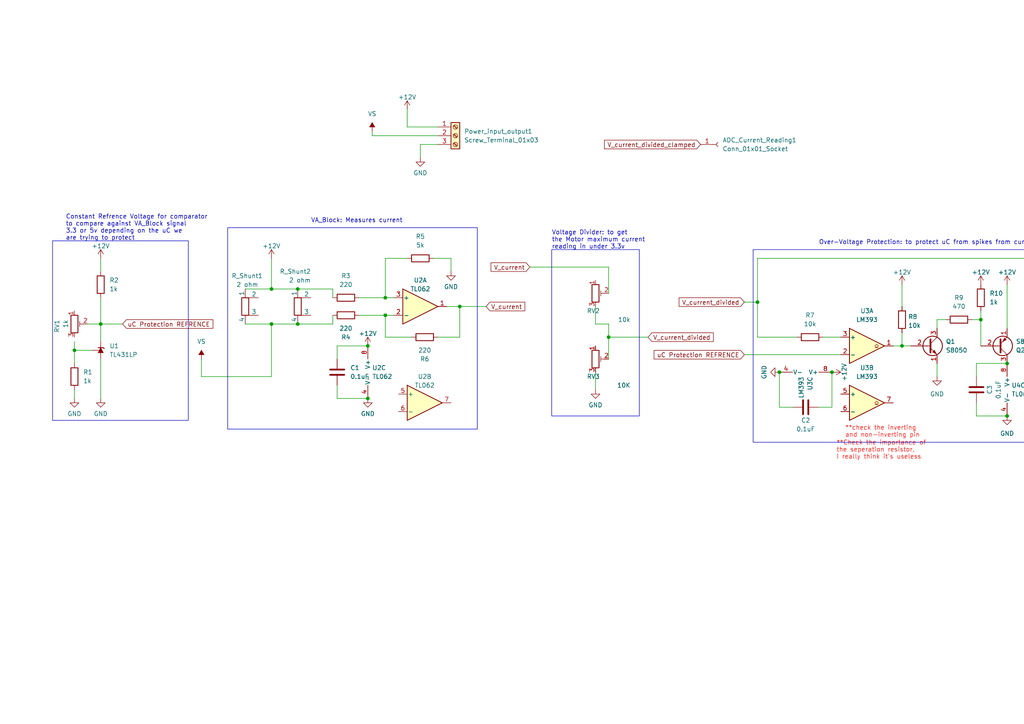
<source format=kicad_sch>
(kicad_sch (version 20230121) (generator eeschema)
  (paper "A4")
  (lib_symbols
    (symbol "Amplifier_Operational:TL062" (pin_names (offset 0.127))
      (property "Reference" "U" (at 0 5.08 0))
      (property "Value" "TL062" (at 0 -5.08 0))
      (symbol "TL062_1_1"
        (polyline (pts (xy -5.08 5.08) (xy 5.08 0) (xy -5.08 -5.08) (xy -5.08 5.08)) (stroke (width 0.254)) (fill (type background)))
        (pin output line (at 7.62 0 180) (length 2.54) (name "~") (number "1"))
        (pin input line (at -7.62 -2.54 0) (length 2.54) (name "-") (number "2"))
        (pin input line (at -7.62 2.54 0) (length 2.54) (name "+") (number "3"))
      )
      (symbol "TL062_2_1"
        (polyline (pts (xy -5.08 5.08) (xy 5.08 0) (xy -5.08 -5.08) (xy -5.08 5.08)) (stroke (width 0.254)) (fill (type background)))
        (pin input line (at -7.62 2.54 0) (length 2.54) (name "+") (number "5"))
        (pin input line (at -7.62 -2.54 0) (length 2.54) (name "-") (number "6"))
        (pin output line (at 7.62 0 180) (length 2.54) (name "~") (number "7"))
      )
      (symbol "TL062_3_1"
        (pin power_in line (at -2.54 -7.62 90) (length 3.81) (name "V-") (number "4"))
        (pin power_in line (at -2.54 7.62 270) (length 3.81) (name "V+") (number "8"))
      )
    )
    (symbol "Comparator:LM393" (pin_names (offset 0.127))
      (property "Reference" "U" (at 3.81 3.81 0))
      (property "Value" "LM393" (at 6.35 -3.81 0))
      (symbol "LM393_1_1"
        (polyline (pts (xy -5.08 5.08) (xy 5.08 0) (xy -5.08 -5.08) (xy -5.08 5.08)) (stroke (width 0.254)) (fill (type background)))
        (polyline (pts (xy 3.302 -0.508) (xy 2.794 -0.508) (xy 3.302 0) (xy 2.794 0.508) (xy 2.286 0) (xy 2.794 -0.508) (xy 2.286 -0.508)) (stroke (width 0.127)))
        (pin open_collector line (at 7.62 0 180) (length 2.54) (name "~") (number "1"))
        (pin input line (at -7.62 -2.54 0) (length 2.54) (name "-") (number "2"))
        (pin input line (at -7.62 2.54 0) (length 2.54) (name "+") (number "3"))
      )
      (symbol "LM393_2_1"
        (polyline (pts (xy -5.08 5.08) (xy 5.08 0) (xy -5.08 -5.08) (xy -5.08 5.08)) (stroke (width 0.254)) (fill (type background)))
        (polyline (pts (xy 3.302 -0.508) (xy 2.794 -0.508) (xy 3.302 0) (xy 2.794 0.508) (xy 2.286 0) (xy 2.794 -0.508) (xy 2.286 -0.508)) (stroke (width 0.127)))
        (pin input line (at -7.62 2.54 0) (length 2.54) (name "+") (number "5"))
        (pin input line (at -7.62 -2.54 0) (length 2.54) (name "-") (number "6"))
        (pin open_collector line (at 7.62 0 180) (length 2.54) (name "~") (number "7"))
      )
      (symbol "LM393_3_1"
        (pin power_in line (at -2.54 -7.62 90) (length 3.81) (name "V-") (number "4"))
        (pin power_in line (at -2.54 7.62 270) (length 3.81) (name "V+") (number "8"))
      )
    )
    (symbol "Connector:Conn_01x01_Socket" (pin_names (offset 1.016) hide)
      (property "Reference" "J" (at 0 2.54 0))
      (property "Value" "Conn_01x01_Socket" (at 0 -2.54 0))
      (symbol "Conn_01x01_Socket_1_1"
        (polyline (pts (xy -1.27 0) (xy -0.508 0)) (stroke (width 0.1524)))
        (arc (start 0 0.508) (mid -0.5058 0) (end 0 -0.508) (stroke (width 0.1524)))
        (pin passive line (at -5.08 0 0) (length 3.81) (name "Pin_1") (number "1"))
      )
    )
    (symbol "Connector:Screw_Terminal_01x03" (pin_names (offset 1.016) hide)
      (property "Reference" "J" (at 0 5.08 0))
      (property "Value" "Screw_Terminal_01x03" (at 0 -5.08 0))
      (symbol "Screw_Terminal_01x03_1_1"
        (rectangle (start -1.27 3.81) (end 1.27 -3.81) (stroke (width 0.254)) (fill (type background)))
        (circle (center 0 -2.54) (radius 0.635) (stroke (width 0.1524)))
        (polyline (pts (xy -0.5334 -2.2098) (xy 0.3302 -3.048)) (stroke (width 0.1524)))
        (polyline (pts (xy -0.5334 0.3302) (xy 0.3302 -0.508)) (stroke (width 0.1524)))
        (polyline (pts (xy -0.5334 2.8702) (xy 0.3302 2.032)) (stroke (width 0.1524)))
        (polyline (pts (xy -0.3556 -2.032) (xy 0.508 -2.8702)) (stroke (width 0.1524)))
        (polyline (pts (xy -0.3556 0.508) (xy 0.508 -0.3302)) (stroke (width 0.1524)))
        (polyline (pts (xy -0.3556 3.048) (xy 0.508 2.2098)) (stroke (width 0.1524)))
        (circle (center 0 0) (radius 0.635) (stroke (width 0.1524)))
        (circle (center 0 2.54) (radius 0.635) (stroke (width 0.1524)))
        (pin passive line (at -5.08 2.54 0) (length 3.81) (name "Pin_1") (number "1"))
        (pin passive line (at -5.08 0 0) (length 3.81) (name "Pin_2") (number "2"))
        (pin passive line (at -5.08 -2.54 0) (length 3.81) (name "Pin_3") (number "3"))
      )
    )
    (symbol "Device:C" (pin_numbers hide) (pin_names (offset 0.254))
      (property "Reference" "C" (at 0.635 2.54 0))
      (property "Value" "C" (at 0.635 -2.54 0))
      (symbol "C_0_1"
        (polyline (pts (xy -2.032 -0.762) (xy 2.032 -0.762)) (stroke (width 0.508)))
        (polyline (pts (xy -2.032 0.762) (xy 2.032 0.762)) (stroke (width 0.508)))
      )
      (symbol "C_1_1"
        (pin passive line (at 0 3.81 270) (length 2.794) (name "~") (number "1"))
        (pin passive line (at 0 -3.81 90) (length 2.794) (name "~") (number "2"))
      )
    )
    (symbol "Device:R" (pin_numbers hide) (pin_names (offset 0))
      (property "Reference" "R" (at 2.032 0 90))
      (property "Value" "R" (at 0 0 90))
      (symbol "R_0_1"
        (rectangle (start -1.016 -2.54) (end 1.016 2.54) (stroke (width 0.254)))
      )
      (symbol "R_1_1"
        (pin passive line (at 0 3.81 270) (length 1.27) (name "~") (number "1"))
        (pin passive line (at 0 -3.81 90) (length 1.27) (name "~") (number "2"))
      )
    )
    (symbol "Device:R_Potentiometer_Trim" (pin_names (offset 1.016) hide)
      (property "Reference" "RV" (at -4.445 0 90))
      (property "Value" "R_Potentiometer_Trim" (at -2.54 0 90))
      (symbol "R_Potentiometer_Trim_0_1"
        (polyline (pts (xy 1.524 0.762) (xy 1.524 -0.762)))
        (polyline (pts (xy 2.54 0) (xy 1.524 0)))
        (rectangle (start 1.016 2.54) (end -1.016 -2.54) (stroke (width 0.254)))
      )
      (symbol "R_Potentiometer_Trim_1_1"
        (pin passive line (at 0 3.81 270) (length 1.27) (name "1") (number "1"))
        (pin passive line (at 3.81 0 180) (length 1.27) (name "2") (number "2"))
        (pin passive line (at 0 -3.81 90) (length 1.27) (name "3") (number "3"))
      )
    )
    (symbol "Device:R_Shunt" (pin_numbers hide) (pin_names (offset 0))
      (property "Reference" "R" (at -4.445 0 90))
      (property "Value" "R_Shunt" (at -2.54 0 90))
      (symbol "R_Shunt_0_1"
        (rectangle (start -1.016 -2.54) (end 1.016 2.54) (stroke (width 0.254)))
        (polyline (pts (xy 0 -2.54) (xy 1.27 -2.54)))
        (polyline (pts (xy 1.27 2.54) (xy 0 2.54)))
      )
      (symbol "R_Shunt_1_1"
        (pin passive line (at 0 5.08 270) (length 2.54) (name "1") (number "1"))
        (pin passive line (at 3.81 2.54 180) (length 2.54) (name "2") (number "2"))
        (pin passive line (at 3.81 -2.54 180) (length 2.54) (name "3") (number "3"))
        (pin passive line (at 0 -5.08 90) (length 2.54) (name "4") (number "4"))
      )
    )
    (symbol "Reference_Voltage:TL431LP" (pin_numbers hide) (pin_names hide)
      (property "Reference" "U" (at -2.54 2.54 0))
      (property "Value" "TL431LP" (at 0 -2.54 0))
      (symbol "TL431LP_0_1"
        (polyline (pts (xy -1.27 0) (xy 0 0) (xy 1.27 0)))
        (polyline (pts (xy -0.762 0.762) (xy 0.762 0) (xy -0.762 -0.762)) (fill (type outline)))
        (polyline (pts (xy 0.508 -1.016) (xy 0.762 -0.762) (xy 0.762 0.762) (xy 0.762 0.762)) (stroke (width 0.254)))
      )
      (symbol "TL431LP_1_1"
        (pin passive line (at 0 2.54 270) (length 2.54) (name "REF") (number "1"))
        (pin passive line (at -2.54 0 0) (length 2.54) (name "A") (number "2"))
        (pin passive line (at 2.54 0 180) (length 2.54) (name "K") (number "3"))
      )
    )
    (symbol "Transistor_BJT:S8050" (pin_names (offset 0) hide)
      (property "Reference" "Q" (at 5.08 1.905 0))
      (property "Value" "S8050" (at 5.08 0 0))
      (symbol "S8050_0_1"
        (polyline (pts (xy 0 0) (xy 0.635 0)))
        (polyline (pts (xy 0.635 0.635) (xy 2.54 2.54)))
        (polyline (pts (xy 0.635 -0.635) (xy 2.54 -2.54) (xy 2.54 -2.54)))
        (polyline (pts (xy 0.635 1.905) (xy 0.635 -1.905) (xy 0.635 -1.905)) (stroke (width 0.508)))
        (polyline (pts (xy 1.27 -1.778) (xy 1.778 -1.27) (xy 2.286 -2.286) (xy 1.27 -1.778) (xy 1.27 -1.778)) (fill (type outline)))
        (circle (center 1.27 0) (radius 2.8194) (stroke (width 0.254)))
      )
      (symbol "S8050_1_1"
        (pin passive line (at 2.54 -5.08 90) (length 2.54) (name "E") (number "1"))
        (pin input line (at -5.08 0 0) (length 5.08) (name "B") (number "2"))
        (pin passive line (at 2.54 5.08 270) (length 2.54) (name "C") (number "3"))
      )
    )
    (symbol "Transistor_BJT:S8550" (pin_names (offset 0) hide)
      (property "Reference" "Q" (at 5.08 1.905 0))
      (property "Value" "S8550" (at 5.08 0 0))
      (symbol "S8550_0_1"
        (polyline (pts (xy 0 0) (xy 0.635 0)))
        (polyline (pts (xy 2.54 -2.54) (xy 0.635 -0.635)))
        (polyline (pts (xy 2.54 2.54) (xy 0.635 0.635)))
        (polyline (pts (xy 0.635 1.905) (xy 0.635 -1.905) (xy 0.635 -1.905)) (stroke (width 0.508)) (fill (type outline)))
        (polyline (pts (xy 1.778 -2.286) (xy 2.286 -1.778) (xy 1.27 -1.27) (xy 1.778 -2.286) (xy 1.778 -2.286)) (fill (type outline)))
        (circle (center 1.27 0) (radius 2.8194) (stroke (width 0.254)))
      )
      (symbol "S8550_1_1"
        (pin passive line (at 2.54 -5.08 90) (length 2.54) (name "E") (number "1"))
        (pin input line (at -5.08 0 0) (length 5.08) (name "B") (number "2"))
        (pin passive line (at 2.54 5.08 270) (length 2.54) (name "C") (number "3"))
      )
    )
    (symbol "power:+12V" (power) (pin_names (offset 0))
      (property "Value" "+12V" (at 0 3.556 0))
      (symbol "+12V_0_1"
        (polyline (pts (xy -0.762 1.27) (xy 0 2.54)))
        (polyline (pts (xy 0 0) (xy 0 2.54)))
        (polyline (pts (xy 0 2.54) (xy 0.762 1.27)))
      )
      (symbol "+12V_1_1"
        (pin power_in line (at 0 0 90) (length 0) hide (name "+12V") (number "1"))
      )
    )
    (symbol "power:GND" (power) (pin_names (offset 0))
      (property "Value" "GND" (at 0 -3.81 0))
      (symbol "GND_0_1"
        (polyline (pts (xy 0 0) (xy 0 -1.27) (xy 1.27 -1.27) (xy 0 -2.54) (xy -1.27 -1.27) (xy 0 -1.27)))
      )
      (symbol "GND_1_1"
        (pin power_in line (at 0 0 270) (length 0) hide (name "GND") (number "1"))
      )
    )
    (symbol "power:VS" (power) (pin_names (offset 0))
      (property "Value" "VS" (at 0 3.81 0))
      (symbol "VS_0_1"
        (polyline (pts (xy 0 0) (xy 0 2.54)))
        (polyline (pts (xy 0.762 1.27) (xy -0.762 1.27) (xy 0 2.54) (xy 0.762 1.27)) (fill (type outline)))
      )
      (symbol "VS_1_1"
        (pin power_in line (at 0 0 90) (length 0) hide (name "VS") (number "1"))
      )
    )
  )
  (junction (at 106.68 100.33))
  (junction (at 86.36 83.82))
  (junction (at 226.06 107.95))
  (junction (at 133.35 88.9))
  (junction (at 284.48 92.71))
  (junction (at 219.71 87.63))
  (junction (at 106.68 115.57))
  (junction (at 261.62 100.33))
  (junction (at 292.1 105.41))
  (junction (at 241.3 107.95))
  (junction (at 322.58 96.52))
  (junction (at 78.74 83.82))
  (junction (at 78.74 93.98))
  (junction (at 292.1 120.65))
  (junction (at 29.21 93.98))
  (junction (at 111.76 86.36))
  (junction (at 111.76 91.44))
  (junction (at 176.53 97.79))
  (junction (at 21.59 101.6))
  (junction (at 86.36 93.98))
  (wire (pts (xy 304.8 99.06) (xy 304.8 105.41)))
  (wire (pts (xy 231.14 97.79) (xy 219.71 97.79)))
  (wire (pts (xy 304.8 105.41) (xy 322.58 105.41)))
  (wire (pts (xy 140.97 88.9) (xy 133.35 88.9)))
  (wire (pts (xy 127 97.79) (xy 133.35 97.79)))
  (wire (pts (xy 21.59 101.6) (xy 26.67 101.6)))
  (wire (pts (xy 97.79 115.57) (xy 106.68 115.57)))
  (wire (pts (xy 96.52 93.98) (xy 96.52 91.44)))
  (wire (pts (xy 322.58 96.52) (xy 320.04 96.52)))
  (wire (pts (xy 29.21 104.14) (xy 29.21 115.57)))
  (wire (pts (xy 283.21 109.22) (xy 283.21 105.41)))
  (wire (pts (xy 215.9 87.63) (xy 219.71 87.63)))
  (wire (pts (xy 259.08 100.33) (xy 261.62 100.33)))
  (wire (pts (xy 96.52 83.82) (xy 96.52 86.36)))
  (wire (pts (xy 21.59 113.03) (xy 21.59 115.57)))
  (wire (pts (xy 283.21 105.41) (xy 292.1 105.41)))
  (wire (pts (xy 118.11 36.83) (xy 127 36.83)))
  (wire (pts (xy 111.76 86.36) (xy 114.3 86.36)))
  (wire (pts (xy 261.62 100.33) (xy 264.16 100.33)))
  (wire (pts (xy 133.35 97.79) (xy 133.35 88.9)))
  (wire (pts (xy 21.59 101.6) (xy 21.59 105.41)))
  (wire (pts (xy 104.14 86.36) (xy 111.76 86.36)))
  (wire (pts (xy 58.42 109.22) (xy 78.74 109.22)))
  (wire (pts (xy 111.76 91.44) (xy 111.76 97.79)))
  (wire (pts (xy 125.73 74.93) (xy 130.81 74.93)))
  (wire (pts (xy 219.71 74.93) (xy 304.8 74.93)))
  (wire (pts (xy 176.53 97.79) (xy 176.53 104.14)))
  (wire (pts (xy 111.76 86.36) (xy 111.76 74.93)))
  (wire (pts (xy 226.06 118.11) (xy 226.06 107.95)))
  (wire (pts (xy 121.92 41.91) (xy 127 41.91)))
  (wire (pts (xy 29.21 86.36) (xy 29.21 93.98)))
  (wire (pts (xy 58.42 104.14) (xy 58.42 109.22)))
  (wire (pts (xy 261.62 82.55) (xy 261.62 88.9)))
  (wire (pts (xy 78.74 93.98) (xy 78.74 109.22)))
  (wire (pts (xy 229.87 118.11) (xy 226.06 118.11)))
  (wire (pts (xy 283.21 116.84) (xy 283.21 120.65)))
  (wire (pts (xy 172.72 93.98) (xy 176.53 93.98)))
  (wire (pts (xy 284.48 92.71) (xy 284.48 100.33)))
  (wire (pts (xy 271.78 95.25) (xy 271.78 92.71)))
  (wire (pts (xy 172.72 88.9) (xy 172.72 93.98)))
  (wire (pts (xy 304.8 74.93) (xy 304.8 93.98)))
  (wire (pts (xy 111.76 74.93) (xy 118.11 74.93)))
  (wire (pts (xy 215.9 102.87) (xy 243.84 102.87)))
  (wire (pts (xy 281.94 92.71) (xy 284.48 92.71)))
  (wire (pts (xy 97.79 104.14) (xy 97.79 100.33)))
  (wire (pts (xy 71.12 93.98) (xy 78.74 93.98)))
  (wire (pts (xy 121.92 45.72) (xy 121.92 41.91)))
  (wire (pts (xy 25.4 93.98) (xy 29.21 93.98)))
  (wire (pts (xy 322.58 105.41) (xy 322.58 96.52)))
  (wire (pts (xy 104.14 91.44) (xy 111.76 91.44)))
  (wire (pts (xy 21.59 99.06) (xy 21.59 101.6)))
  (wire (pts (xy 29.21 93.98) (xy 35.56 93.98)))
  (wire (pts (xy 78.74 93.98) (xy 86.36 93.98)))
  (wire (pts (xy 241.3 118.11) (xy 241.3 107.95)))
  (wire (pts (xy 271.78 92.71) (xy 274.32 92.71)))
  (wire (pts (xy 176.53 77.47) (xy 176.53 85.09)))
  (wire (pts (xy 219.71 87.63) (xy 219.71 74.93)))
  (wire (pts (xy 271.78 105.41) (xy 271.78 109.22)))
  (wire (pts (xy 29.21 74.93) (xy 29.21 78.74)))
  (wire (pts (xy 129.54 88.9) (xy 133.35 88.9)))
  (wire (pts (xy 78.74 74.93) (xy 78.74 83.82)))
  (wire (pts (xy 111.76 97.79) (xy 119.38 97.79)))
  (wire (pts (xy 322.58 96.52) (xy 330.2 96.52)))
  (wire (pts (xy 97.79 111.76) (xy 97.79 115.57)))
  (wire (pts (xy 130.81 74.93) (xy 130.81 78.74)))
  (wire (pts (xy 107.95 39.37) (xy 127 39.37)))
  (wire (pts (xy 172.72 107.95) (xy 172.72 113.03)))
  (wire (pts (xy 238.76 97.79) (xy 243.84 97.79)))
  (wire (pts (xy 153.67 77.47) (xy 176.53 77.47)))
  (wire (pts (xy 237.49 118.11) (xy 241.3 118.11)))
  (wire (pts (xy 261.62 96.52) (xy 261.62 100.33)))
  (wire (pts (xy 118.11 31.75) (xy 118.11 36.83)))
  (wire (pts (xy 107.95 38.1) (xy 107.95 39.37)))
  (wire (pts (xy 283.21 120.65) (xy 292.1 120.65)))
  (wire (pts (xy 86.36 83.82) (xy 96.52 83.82)))
  (wire (pts (xy 86.36 93.98) (xy 96.52 93.98)))
  (wire (pts (xy 71.12 83.82) (xy 78.74 83.82)))
  (wire (pts (xy 111.76 91.44) (xy 114.3 91.44)))
  (wire (pts (xy 176.53 97.79) (xy 187.96 97.79)))
  (wire (pts (xy 292.1 82.55) (xy 292.1 95.25)))
  (wire (pts (xy 176.53 93.98) (xy 176.53 97.79)))
  (wire (pts (xy 78.74 83.82) (xy 86.36 83.82)))
  (wire (pts (xy 219.71 97.79) (xy 219.71 87.63)))
  (wire (pts (xy 284.48 90.17) (xy 284.48 92.71)))
  (wire (pts (xy 97.79 100.33) (xy 106.68 100.33)))
  (wire (pts (xy 29.21 93.98) (xy 29.21 99.06)))
  (rectangle (start 15.24 69.85) (end 54.61 121.92))
  (rectangle (start 66.04 66.04) (end 138.43 124.46))
  (rectangle (start 218.44 72.39) (end 326.39 128.27))
  (rectangle (start 160.02 72.39) (end 185.42 120.65))
  (text "Over-Voltage Protection: to protect uC from spikes from current readings" (at 237.49 71.12 0) (effects (font (size 1.27 1.27)) (justify left bottom)))
  (text "**Check the importance of \nthe seperation resistor,\nI really think it's useless" (at 242.57 133.35 0) (effects (font (size 1.27 1.27)) (justify left bottom)))
  (text "Constant Refrence Voltage for comparator \nto compare against VA_Block signal\n3.3 or 5v depending on the uC we \nare trying to protect" (at 19.05 69.85 0) (effects (font (size 1.27 1.27)) (justify left bottom)))
  (text "Voltage Divider: to get \nthe Motor maximum current \nreading in under 3.3v" (at 160.02 72.39 0) (effects (font (size 1.27 1.27)) (justify left bottom)))
  (text "VA_Block: Measures current" (at 90.17 64.77 0) (effects (font (size 1.27 1.27)) (justify left bottom)))
  (text "**check the inverting \nand non-inverting pin" (at 245.11 127 0) (effects (font (size 1.27 1.27)) (justify left bottom)))
  (global_label "V_current" (shape input) (at 140.97 88.9 0) (property "Intersheetrefs" "${INTERSHEET_REFS}" (effects hide)))
  (global_label "uC Protection REFRENCE" (shape input) (at 215.9 102.87 180) (property "Intersheetrefs" "${INTERSHEET_REFS}" (effects hide)))
  (global_label "V_current_divided_clamped" (shape input) (at 330.2 96.52 0) (property "Intersheetrefs" "${INTERSHEET_REFS}" (effects hide)))
  (global_label "V_current_divided" (shape input) (at 215.9 87.63 180) (property "Intersheetrefs" "${INTERSHEET_REFS}" (effects hide)))
  (global_label "uC Protection REFRENCE" (shape input) (at 35.56 93.98 0) (property "Intersheetrefs" "${INTERSHEET_REFS}" (effects hide)))
  (global_label "V_current_divided_clamped" (shape input) (at 203.2 41.91 180) (property "Intersheetrefs" "${INTERSHEET_REFS}" (effects hide)))
  (global_label "V_current" (shape input) (at 153.67 77.47 180) (property "Intersheetrefs" "${INTERSHEET_REFS}" (effects hide)))
  (global_label "V_current_divided" (shape input) (at 187.96 97.79 0) (property "Intersheetrefs" "${INTERSHEET_REFS}" (effects hide)))
  (symbol (lib_id "power:GND") (at 121.92 45.72 0) (unit 1)
    (property "Reference" "#PWR019" (effects hide))
    (property "Value" "GND" (at 121.92 50.1634 0))
  )
  (symbol (lib_id "power:GND") (at 226.06 107.95 270) (unit 1)
    (property "Reference" "#PWR09" (effects hide))
    (property "Value" "GND" (at 221.6166 107.95 0))
  )
  (symbol (lib_id "power:GND") (at 271.78 109.22 0) (unit 1)
    (property "Reference" "#PWR012" (effects hide))
    (property "Value" "GND" (at 271.78 114.3 0))
  )
  (symbol (lib_id "Device:R") (at 278.13 92.71 90) (unit 1)
    (property "Reference" "R9" (at 278.13 86.36 90))
    (property "Value" "470" (at 278.13 88.9 90))
    (property "Footprint" "Resistor_THT:R_Axial_DIN0207_L6.3mm_D2.5mm_P7.62mm_Horizontal" (effects hide))
  )
  (symbol (lib_id "Transistor_BJT:S8050") (at 269.24 100.33 0) (unit 1)
    (property "Reference" "Q1" (at 274.32 99.06 0) (effects (justify left)))
    (property "Value" "S8050" (at 274.32 101.6 0) (effects (justify left)))
    (property "Footprint" "Package_TO_SOT_THT:TO-92_Inline" (effects hide))
    (property "Datasheet" "http://www.unisonic.com.tw/datasheet/S8050.pdf" (effects hide))
  )
  (symbol (lib_id "Device:R") (at 234.95 97.79 90) (unit 1)
    (property "Reference" "R7" (at 234.95 91.44 90))
    (property "Value" "10k" (at 234.95 93.98 90))
    (property "Footprint" "Resistor_THT:R_Axial_DIN0207_L6.3mm_D2.5mm_P7.62mm_Horizontal" (effects hide))
  )
  (symbol (lib_id "power:GND") (at 292.1 120.65 0) (unit 1)
    (property "Reference" "#PWR015" (effects hide))
    (property "Value" "GND" (at 292.1 125.73 0))
  )
  (symbol (lib_id "Connector:Screw_Terminal_01x03") (at 132.08 39.37 0) (unit 1)
    (property "Reference" "Power_input_output1" (at 134.62 38.1 0) (effects (justify left)))
    (property "Value" "Screw_Terminal_01x03" (at 134.62 40.64 0) (effects (justify left)))
    (property "Footprint" "TerminalBlock:TerminalBlock_bornier-3_P5.08mm" (effects hide))
  )
  (symbol (lib_id "Comparator:LM393") (at 233.68 110.49 270) (unit 3)
    (property "Reference" "U3" (at 234.95 109.22 0) (effects (justify left)))
    (property "Value" "LM393" (at 232.41 109.22 0) (effects (justify left)))
    (property "Footprint" "Package_DIP:DIP-8_W7.62mm_Socket_LongPads" (effects hide))
    (property "Datasheet" "http://www.ti.com/lit/ds/symlink/lm393.pdf" (effects hide))
  )
  (symbol (lib_id "power:+12V") (at 78.74 74.93 0) (unit 1)
    (property "Reference" "#PWR04" (effects hide))
    (property "Value" "+12V" (at 78.74 71.3542 0))
  )
  (symbol (lib_id "Device:R_Shunt") (at 86.36 88.9 0) (unit 1)
    (property "Reference" "R_Shunt2" (at 90.17 78.74 0) (effects (justify right)))
    (property "Value" "2 ohm" (at 90.17 81.28 0) (effects (justify right)))
    (property "Footprint" "Resistor_THT:R_Axial_Shunt_L22.2mm_W9.5mm_PS14.30mm_P25.40mm" (effects hide))
  )
  (symbol (lib_id "power:+12V") (at 284.48 82.55 0) (unit 1)
    (property "Reference" "#PWR013" (effects hide))
    (property "Value" "+12V" (at 284.48 78.9742 0))
  )
  (symbol (lib_id "Amplifier_Operational:TL062") (at 312.42 96.52 0) (unit 1)
    (property "Reference" "U4" (at 312.42 86.36 0))
    (property "Value" "TL062" (at 312.42 88.9 0))
    (property "Footprint" "Package_DIP:DIP-8_W7.62mm_Socket_LongPads" (effects hide))
    (property "Datasheet" "http://www.ti.com/lit/ds/symlink/tl061.pdf" (effects hide))
  )
  (symbol (lib_id "Device:C") (at 97.79 107.95 0) (unit 1)
    (property "Reference" "C1" (at 101.6 106.68 0) (effects (justify left)))
    (property "Value" "0.1uF" (at 101.6 109.22 0) (effects (justify left)))
    (property "Footprint" "Capacitor_THT:C_Disc_D5.0mm_W2.5mm_P2.50mm" (effects hide))
  )
  (symbol (lib_id "Amplifier_Operational:TL062") (at 121.92 88.9 0) (unit 1)
    (property "Reference" "U2" (at 121.92 81.28 0))
    (property "Value" "TL062" (at 121.92 83.82 0))
    (property "Footprint" "Package_DIP:DIP-8_W7.62mm_Socket_LongPads" (effects hide))
    (property "Datasheet" "http://www.ti.com/lit/ds/symlink/tl061.pdf" (effects hide))
  )
  (symbol (lib_id "power:VS") (at 107.95 38.1 0) (unit 1)
    (property "Reference" "#PWR018" (effects hide))
    (property "Value" "VS" (at 107.95 33.02 0))
  )
  (symbol (lib_id "Device:R") (at 29.21 82.55 180) (unit 1)
    (property "Reference" "R2" (at 31.75 81.28 0) (effects (justify right)))
    (property "Value" "1k" (at 31.75 83.82 0) (effects (justify right)))
    (property "Footprint" "Resistor_THT:R_Axial_DIN0207_L6.3mm_D2.5mm_P7.62mm_Horizontal" (effects hide))
  )
  (symbol (lib_id "power:+12V") (at 106.68 100.33 0) (unit 1)
    (property "Reference" "#PWR05" (effects hide))
    (property "Value" "+12V" (at 106.68 96.7542 0))
  )
  (symbol (lib_id "power:+12V") (at 292.1 82.55 0) (unit 1)
    (property "Reference" "#PWR014" (effects hide))
    (property "Value" "+12V" (at 292.1 78.9742 0))
  )
  (symbol (lib_id "power:+12V") (at 118.11 31.75 0) (unit 1)
    (property "Reference" "#PWR017" (effects hide))
    (property "Value" "+12V" (at 118.11 28.1742 0))
  )
  (symbol (lib_id "Device:R") (at 100.33 86.36 90) (unit 1)
    (property "Reference" "R3" (at 100.33 80.01 90))
    (property "Value" "220" (at 100.33 82.55 90))
    (property "Footprint" "Resistor_THT:R_Axial_DIN0207_L6.3mm_D2.5mm_P7.62mm_Horizontal" (effects hide))
  )
  (symbol (lib_id "Amplifier_Operational:TL062") (at 123.19 116.84 0) (unit 2)
    (property "Reference" "U2" (at 123.19 109.22 0))
    (property "Value" "TL062" (at 123.19 111.76 0))
    (property "Footprint" "Package_DIP:DIP-8_W7.62mm_Socket_LongPads" (effects hide))
    (property "Datasheet" "http://www.ti.com/lit/ds/symlink/tl061.pdf" (effects hide))
  )
  (symbol (lib_id "Device:R") (at 261.62 92.71 0) (unit 1)
    (property "Reference" "R8" (at 263.398 91.8753 0) (effects (justify left)))
    (property "Value" "10k" (at 263.398 94.4122 0) (effects (justify left)))
    (property "Footprint" "Resistor_THT:R_Axial_DIN0207_L6.3mm_D2.5mm_P7.62mm_Horizontal" (effects hide))
  )
  (symbol (lib_id "Device:R_Potentiometer_Trim") (at 21.59 93.98 0) (unit 1)
    (property "Reference" "RV1" (at 16.51 92.71 90) (effects (justify right)))
    (property "Value" "1k" (at 19.05 92.71 90) (effects (justify right)))
    (property "Footprint" "Connector_PinSocket_2.54mm:PinSocket_1x03_P2.54mm_Vertical" (effects hide))
  )
  (symbol (lib_id "Device:R") (at 123.19 97.79 90) (mirror x) (unit 1)
    (property "Reference" "R6" (at 123.19 104.14 90))
    (property "Value" "220" (at 123.19 101.6 90))
    (property "Footprint" "Resistor_THT:R_Axial_DIN0207_L6.3mm_D2.5mm_P7.62mm_Horizontal" (effects hide))
  )
  (symbol (lib_id "Comparator:LM393") (at 251.46 116.84 0) (unit 2)
    (property "Reference" "U3" (at 251.46 106.68 0))
    (property "Value" "LM393" (at 251.46 109.22 0))
    (property "Footprint" "Package_DIP:DIP-8_W7.62mm_Socket_LongPads" (effects hide))
    (property "Datasheet" "http://www.ti.com/lit/ds/symlink/lm393.pdf" (effects hide))
  )
  (symbol (lib_id "Connector:Conn_01x01_Socket") (at 208.28 41.91 0) (unit 1)
    (property "Reference" "ADC_Current_Reading1" (at 209.55 40.64 0) (effects (justify left)))
    (property "Value" "Conn_01x01_Socket" (at 209.55 43.18 0) (effects (justify left)))
    (property "Footprint" "Connector_PinHeader_2.54mm:PinHeader_1x01_P2.54mm_Vertical" (effects hide))
  )
  (symbol (lib_id "power:GND") (at 106.68 115.57 0) (unit 1)
    (property "Reference" "#PWR06" (effects hide))
    (property "Value" "GND" (at 106.68 120.0134 0))
  )
  (symbol (lib_id "Reference_Voltage:TL431LP") (at 29.21 101.6 90) (unit 1)
    (property "Reference" "U1" (at 31.75 100.33 90) (effects (justify right)))
    (property "Value" "TL431LP" (at 31.75 102.87 90) (effects (justify right)))
    (property "Footprint" "Package_TO_SOT_THT:TO-92_Inline" (effects hide))
    (property "Datasheet" "http://www.ti.com/lit/ds/symlink/tl431.pdf" (effects hide))
  )
  (symbol (lib_id "Device:C") (at 233.68 118.11 90) (unit 1)
    (property "Reference" "C2" (at 233.68 121.92 90))
    (property "Value" "0.1uF" (at 233.68 124.46 90))
    (property "Footprint" "Capacitor_THT:C_Disc_D5.0mm_W2.5mm_P2.50mm" (effects hide))
  )
  (symbol (lib_id "power:GND") (at 172.72 113.03 0) (unit 1)
    (property "Reference" "#PWR08" (effects hide))
    (property "Value" "GND" (at 172.72 117.4734 0))
  )
  (symbol (lib_id "Device:R") (at 100.33 91.44 270) (unit 1)
    (property "Reference" "R4" (at 100.33 97.79 90))
    (property "Value" "220" (at 100.33 95.25 90))
    (property "Footprint" "Resistor_THT:R_Axial_DIN0207_L6.3mm_D2.5mm_P7.62mm_Horizontal" (effects hide))
  )
  (symbol (lib_id "Device:R") (at 121.92 74.93 90) (unit 1)
    (property "Reference" "R5" (at 121.92 68.58 90))
    (property "Value" "5k" (at 121.92 71.12 90))
    (property "Footprint" "Resistor_THT:R_Axial_DIN0207_L6.3mm_D2.5mm_P7.62mm_Horizontal" (effects hide))
  )
  (symbol (lib_id "power:VS") (at 58.42 104.14 0) (unit 1)
    (property "Reference" "#PWR03" (effects hide))
    (property "Value" "VS" (at 58.42 99.06 0))
  )
  (symbol (lib_id "Amplifier_Operational:TL062") (at 294.64 113.03 0) (unit 3)
    (property "Reference" "U4" (at 293.37 111.76 0) (effects (justify left)))
    (property "Value" "TL062" (at 293.37 114.3 0) (effects (justify left)))
    (property "Footprint" "Package_DIP:DIP-8_W7.62mm_Socket_LongPads" (effects hide))
    (property "Datasheet" "http://www.ti.com/lit/ds/symlink/tl061.pdf" (effects hide))
  )
  (symbol (lib_id "power:GND") (at 29.21 115.57 0) (unit 1)
    (property "Reference" "#PWR02" (effects hide))
    (property "Value" "GND" (at 29.21 120.0134 0))
  )
  (symbol (lib_id "Device:C") (at 283.21 113.03 180) (unit 1)
    (property "Reference" "C3" (at 287.02 113.03 90))
    (property "Value" "0.1uF" (at 289.56 113.03 90))
    (property "Footprint" "Capacitor_THT:C_Disc_D5.0mm_W2.5mm_P2.50mm" (effects hide))
  )
  (symbol (lib_id "Device:R_Shunt") (at 71.12 88.9 0) (unit 1)
    (property "Reference" "R_Shunt1" (at 76.2 80.01 0) (effects (justify right)))
    (property "Value" "2 ohm" (at 74.93 82.55 0) (effects (justify right)))
    (property "Footprint" "Resistor_THT:R_Axial_Shunt_L22.2mm_W9.5mm_PS14.30mm_P25.40mm" (effects hide))
  )
  (symbol (lib_id "Comparator:LM393") (at 251.46 100.33 0) (unit 1)
    (property "Reference" "U3" (at 251.46 90.17 0))
    (property "Value" "LM393" (at 251.46 92.71 0))
    (property "Footprint" "Package_DIP:DIP-8_W7.62mm_Socket_LongPads" (effects hide))
    (property "Datasheet" "http://www.ti.com/lit/ds/symlink/lm393.pdf" (effects hide))
  )
  (symbol (lib_id "power:GND") (at 21.59 115.57 0) (unit 1)
    (property "Reference" "#PWR01" (effects hide))
    (property "Value" "GND" (at 21.59 120.0134 0))
  )
  (symbol (lib_id "Device:R") (at 21.59 109.22 180) (unit 1)
    (property "Reference" "R1" (at 24.13 107.95 0) (effects (justify right)))
    (property "Value" "1k" (at 24.13 110.49 0) (effects (justify right)))
    (property "Footprint" "Resistor_THT:R_Axial_DIN0207_L6.3mm_D2.5mm_P7.62mm_Horizontal" (effects hide))
  )
  (symbol (lib_id "power:+12V") (at 29.21 74.93 0) (unit 1)
    (property "Reference" "#PWR016" (effects hide))
    (property "Value" "+12V" (at 29.21 71.3542 0))
  )
  (symbol (lib_id "power:+12V") (at 241.3 107.95 270) (unit 1)
    (property "Reference" "#PWR010" (effects hide))
    (property "Value" "+12V" (at 244.8758 107.95 0))
  )
  (symbol (lib_id "power:+12V") (at 261.62 82.55 0) (unit 1)
    (property "Reference" "#PWR011" (effects hide))
    (property "Value" "+12V" (at 261.62 78.9742 0))
  )
  (symbol (lib_id "Device:R_Potentiometer_Trim") (at 172.72 85.09 0) (unit 1)
    (property "Reference" "RV2" (at 173.99 90.17 0) (effects (justify right)))
    (property "Value" "10k" (at 182.88 92.71 0) (effects (justify right)))
    (property "Footprint" "Connector_PinSocket_2.54mm:PinSocket_1x03_P2.54mm_Vertical" (effects hide))
  )
  (symbol (lib_id "power:GND") (at 130.81 78.74 0) (unit 1)
    (property "Reference" "#PWR07" (effects hide))
    (property "Value" "GND" (at 130.81 83.1834 0))
  )
  (symbol (lib_id "Device:R_Potentiometer_Trim") (at 172.72 104.14 0) (unit 1)
    (property "Reference" "RV3" (at 173.99 109.22 0) (effects (justify right)))
    (property "Value" "10K" (at 182.88 111.76 0) (effects (justify right)))
    (property "Footprint" "Connector_PinSocket_2.54mm:PinSocket_1x03_P2.54mm_Vertical" (effects hide))
  )
  (symbol (lib_id "Amplifier_Operational:TL062") (at 312.42 118.11 0) (unit 2)
    (property "Reference" "U4" (at 312.42 107.95 0))
    (property "Value" "TL062" (at 312.42 110.49 0))
    (property "Footprint" "Package_DIP:DIP-8_W7.62mm_Socket_LongPads" (effects hide))
    (property "Datasheet" "http://www.ti.com/lit/ds/symlink/tl061.pdf" (effects hide))
  )
  (symbol (lib_id "Amplifier_Operational:TL062") (at 109.22 107.95 0) (unit 3)
    (property "Reference" "U2" (at 107.95 106.68 0) (effects (justify left)))
    (property "Value" "TL062" (at 107.95 109.22 0) (effects (justify left)))
    (property "Footprint" "Package_DIP:DIP-8_W7.62mm_Socket_LongPads" (effects hide))
    (property "Datasheet" "http://www.ti.com/lit/ds/symlink/tl061.pdf" (effects hide))
  )
  (symbol (lib_id "Transistor_BJT:S8550") (at 289.56 100.33 0) (mirror x) (unit 1)
    (property "Reference" "Q2" (at 294.64 101.6 0) (effects (justify left)))
    (property "Value" "S8550" (at 294.64 99.06 0) (effects (justify left)))
    (property "Footprint" "Package_TO_SOT_THT:TO-92_Inline" (effects hide))
    (property "Datasheet" "http://www.unisonic.com.tw/datasheet/S8550.pdf" (effects hide))
  )
  (symbol (lib_id "Device:R") (at 284.48 86.36 180) (unit 1)
    (property "Reference" "R10" (at 287.02 85.09 0) (effects (justify right)))
    (property "Value" "1k" (at 287.02 87.63 0) (effects (justify right)))
    (property "Footprint" "Resistor_THT:R_Axial_DIN0207_L6.3mm_D2.5mm_P7.62mm_Horizontal" (effects hide))
  )
)
</source>
